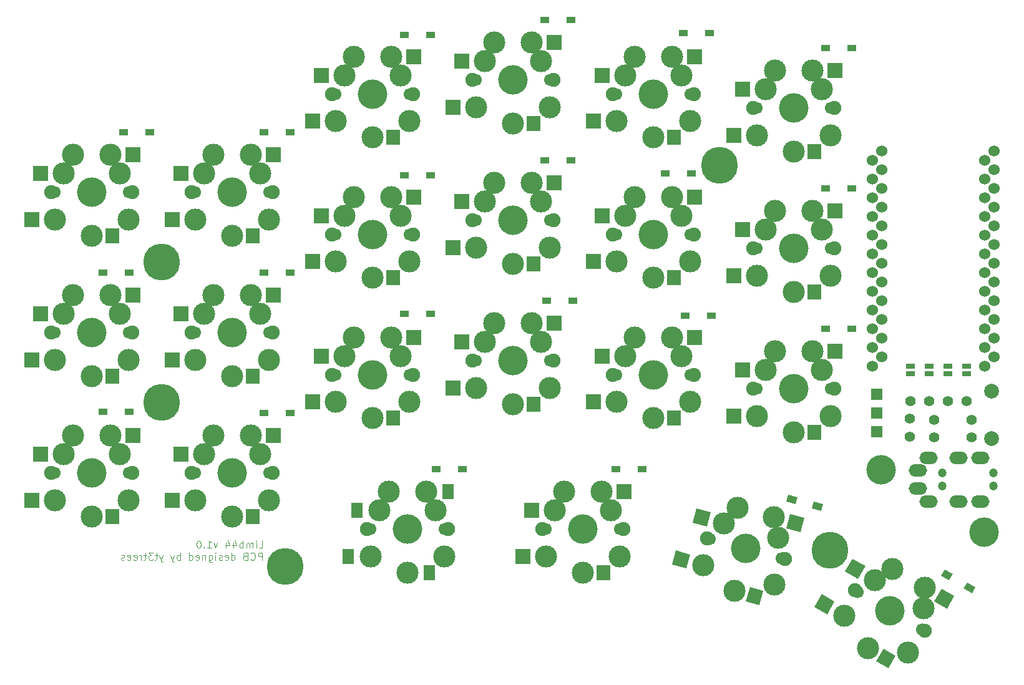
<source format=gbr>
%TF.GenerationSoftware,KiCad,Pcbnew,(5.1.7)-1*%
%TF.CreationDate,2020-11-08T23:06:54+09:00*%
%TF.ProjectId,limb44,6c696d62-3434-42e6-9b69-6361645f7063,rev?*%
%TF.SameCoordinates,Original*%
%TF.FileFunction,Soldermask,Bot*%
%TF.FilePolarity,Negative*%
%FSLAX46Y46*%
G04 Gerber Fmt 4.6, Leading zero omitted, Abs format (unit mm)*
G04 Created by KiCad (PCBNEW (5.1.7)-1) date 2020-11-08 23:06:54*
%MOMM*%
%LPD*%
G01*
G04 APERTURE LIST*
%ADD10C,0.125000*%
%ADD11C,3.000000*%
%ADD12R,2.000000X2.000000*%
%ADD13R,1.900000X2.000000*%
%ADD14C,4.000000*%
%ADD15C,1.900000*%
%ADD16C,1.700000*%
%ADD17C,1.397000*%
%ADD18C,5.000000*%
%ADD19C,0.100000*%
%ADD20R,1.300000X0.950000*%
%ADD21C,1.200000*%
%ADD22O,2.500000X1.700000*%
%ADD23R,1.524000X1.524000*%
%ADD24C,2.000000*%
%ADD25R,1.500000X2.000000*%
%ADD26C,0.100000*%
%ADD27C,1.524000*%
%ADD28R,1.143000X0.635000*%
G04 APERTURE END LIST*
D10*
X93184464Y-127655880D02*
X93660654Y-127655880D01*
X93660654Y-126655880D01*
X92851130Y-127655880D02*
X92851130Y-126989214D01*
X92851130Y-126655880D02*
X92898750Y-126703500D01*
X92851130Y-126751119D01*
X92803511Y-126703500D01*
X92851130Y-126655880D01*
X92851130Y-126751119D01*
X92374940Y-127655880D02*
X92374940Y-126989214D01*
X92374940Y-127084452D02*
X92327321Y-127036833D01*
X92232083Y-126989214D01*
X92089226Y-126989214D01*
X91993988Y-127036833D01*
X91946369Y-127132071D01*
X91946369Y-127655880D01*
X91946369Y-127132071D02*
X91898750Y-127036833D01*
X91803511Y-126989214D01*
X91660654Y-126989214D01*
X91565416Y-127036833D01*
X91517797Y-127132071D01*
X91517797Y-127655880D01*
X91041607Y-127655880D02*
X91041607Y-126655880D01*
X91041607Y-127036833D02*
X90946369Y-126989214D01*
X90755892Y-126989214D01*
X90660654Y-127036833D01*
X90613035Y-127084452D01*
X90565416Y-127179690D01*
X90565416Y-127465404D01*
X90613035Y-127560642D01*
X90660654Y-127608261D01*
X90755892Y-127655880D01*
X90946369Y-127655880D01*
X91041607Y-127608261D01*
X89708273Y-126989214D02*
X89708273Y-127655880D01*
X89946369Y-126608261D02*
X90184464Y-127322547D01*
X89565416Y-127322547D01*
X88755892Y-126989214D02*
X88755892Y-127655880D01*
X88993988Y-126608261D02*
X89232083Y-127322547D01*
X88613035Y-127322547D01*
X87565416Y-126989214D02*
X87327321Y-127655880D01*
X87089226Y-126989214D01*
X86184464Y-127655880D02*
X86755892Y-127655880D01*
X86470178Y-127655880D02*
X86470178Y-126655880D01*
X86565416Y-126798738D01*
X86660654Y-126893976D01*
X86755892Y-126941595D01*
X85755892Y-127560642D02*
X85708273Y-127608261D01*
X85755892Y-127655880D01*
X85803511Y-127608261D01*
X85755892Y-127560642D01*
X85755892Y-127655880D01*
X85089226Y-126655880D02*
X84993988Y-126655880D01*
X84898750Y-126703500D01*
X84851130Y-126751119D01*
X84803511Y-126846357D01*
X84755892Y-127036833D01*
X84755892Y-127274928D01*
X84803511Y-127465404D01*
X84851130Y-127560642D01*
X84898750Y-127608261D01*
X84993988Y-127655880D01*
X85089226Y-127655880D01*
X85184464Y-127608261D01*
X85232083Y-127560642D01*
X85279702Y-127465404D01*
X85327321Y-127274928D01*
X85327321Y-127036833D01*
X85279702Y-126846357D01*
X85232083Y-126751119D01*
X85184464Y-126703500D01*
X85089226Y-126655880D01*
X93660654Y-129280880D02*
X93660654Y-128280880D01*
X93279702Y-128280880D01*
X93184464Y-128328500D01*
X93136845Y-128376119D01*
X93089226Y-128471357D01*
X93089226Y-128614214D01*
X93136845Y-128709452D01*
X93184464Y-128757071D01*
X93279702Y-128804690D01*
X93660654Y-128804690D01*
X92089226Y-129185642D02*
X92136845Y-129233261D01*
X92279702Y-129280880D01*
X92374940Y-129280880D01*
X92517797Y-129233261D01*
X92613035Y-129138023D01*
X92660654Y-129042785D01*
X92708273Y-128852309D01*
X92708273Y-128709452D01*
X92660654Y-128518976D01*
X92613035Y-128423738D01*
X92517797Y-128328500D01*
X92374940Y-128280880D01*
X92279702Y-128280880D01*
X92136845Y-128328500D01*
X92089226Y-128376119D01*
X91327321Y-128757071D02*
X91184464Y-128804690D01*
X91136845Y-128852309D01*
X91089226Y-128947547D01*
X91089226Y-129090404D01*
X91136845Y-129185642D01*
X91184464Y-129233261D01*
X91279702Y-129280880D01*
X91660654Y-129280880D01*
X91660654Y-128280880D01*
X91327321Y-128280880D01*
X91232083Y-128328500D01*
X91184464Y-128376119D01*
X91136845Y-128471357D01*
X91136845Y-128566595D01*
X91184464Y-128661833D01*
X91232083Y-128709452D01*
X91327321Y-128757071D01*
X91660654Y-128757071D01*
X89470178Y-129280880D02*
X89470178Y-128280880D01*
X89470178Y-129233261D02*
X89565416Y-129280880D01*
X89755892Y-129280880D01*
X89851130Y-129233261D01*
X89898750Y-129185642D01*
X89946369Y-129090404D01*
X89946369Y-128804690D01*
X89898750Y-128709452D01*
X89851130Y-128661833D01*
X89755892Y-128614214D01*
X89565416Y-128614214D01*
X89470178Y-128661833D01*
X88613035Y-129233261D02*
X88708273Y-129280880D01*
X88898750Y-129280880D01*
X88993988Y-129233261D01*
X89041607Y-129138023D01*
X89041607Y-128757071D01*
X88993988Y-128661833D01*
X88898750Y-128614214D01*
X88708273Y-128614214D01*
X88613035Y-128661833D01*
X88565416Y-128757071D01*
X88565416Y-128852309D01*
X89041607Y-128947547D01*
X88184464Y-129233261D02*
X88089226Y-129280880D01*
X87898750Y-129280880D01*
X87803511Y-129233261D01*
X87755892Y-129138023D01*
X87755892Y-129090404D01*
X87803511Y-128995166D01*
X87898750Y-128947547D01*
X88041607Y-128947547D01*
X88136845Y-128899928D01*
X88184464Y-128804690D01*
X88184464Y-128757071D01*
X88136845Y-128661833D01*
X88041607Y-128614214D01*
X87898750Y-128614214D01*
X87803511Y-128661833D01*
X87327321Y-129280880D02*
X87327321Y-128614214D01*
X87327321Y-128280880D02*
X87374940Y-128328500D01*
X87327321Y-128376119D01*
X87279702Y-128328500D01*
X87327321Y-128280880D01*
X87327321Y-128376119D01*
X86422559Y-128614214D02*
X86422559Y-129423738D01*
X86470178Y-129518976D01*
X86517797Y-129566595D01*
X86613035Y-129614214D01*
X86755892Y-129614214D01*
X86851130Y-129566595D01*
X86422559Y-129233261D02*
X86517797Y-129280880D01*
X86708273Y-129280880D01*
X86803511Y-129233261D01*
X86851130Y-129185642D01*
X86898750Y-129090404D01*
X86898750Y-128804690D01*
X86851130Y-128709452D01*
X86803511Y-128661833D01*
X86708273Y-128614214D01*
X86517797Y-128614214D01*
X86422559Y-128661833D01*
X85946369Y-128614214D02*
X85946369Y-129280880D01*
X85946369Y-128709452D02*
X85898750Y-128661833D01*
X85803511Y-128614214D01*
X85660654Y-128614214D01*
X85565416Y-128661833D01*
X85517797Y-128757071D01*
X85517797Y-129280880D01*
X84660654Y-129233261D02*
X84755892Y-129280880D01*
X84946369Y-129280880D01*
X85041607Y-129233261D01*
X85089226Y-129138023D01*
X85089226Y-128757071D01*
X85041607Y-128661833D01*
X84946369Y-128614214D01*
X84755892Y-128614214D01*
X84660654Y-128661833D01*
X84613035Y-128757071D01*
X84613035Y-128852309D01*
X85089226Y-128947547D01*
X83755892Y-129280880D02*
X83755892Y-128280880D01*
X83755892Y-129233261D02*
X83851130Y-129280880D01*
X84041607Y-129280880D01*
X84136845Y-129233261D01*
X84184464Y-129185642D01*
X84232083Y-129090404D01*
X84232083Y-128804690D01*
X84184464Y-128709452D01*
X84136845Y-128661833D01*
X84041607Y-128614214D01*
X83851130Y-128614214D01*
X83755892Y-128661833D01*
X82517797Y-129280880D02*
X82517797Y-128280880D01*
X82517797Y-128661833D02*
X82422559Y-128614214D01*
X82232083Y-128614214D01*
X82136845Y-128661833D01*
X82089226Y-128709452D01*
X82041607Y-128804690D01*
X82041607Y-129090404D01*
X82089226Y-129185642D01*
X82136845Y-129233261D01*
X82232083Y-129280880D01*
X82422559Y-129280880D01*
X82517797Y-129233261D01*
X81708273Y-128614214D02*
X81470178Y-129280880D01*
X81232083Y-128614214D02*
X81470178Y-129280880D01*
X81565416Y-129518976D01*
X81613035Y-129566595D01*
X81708273Y-129614214D01*
X80184464Y-128614214D02*
X79946369Y-129280880D01*
X79708273Y-128614214D02*
X79946369Y-129280880D01*
X80041607Y-129518976D01*
X80089226Y-129566595D01*
X80184464Y-129614214D01*
X79470178Y-128614214D02*
X79089226Y-128614214D01*
X79327321Y-128280880D02*
X79327321Y-129138023D01*
X79279702Y-129233261D01*
X79184464Y-129280880D01*
X79089226Y-129280880D01*
X78851130Y-128280880D02*
X78232083Y-128280880D01*
X78565416Y-128661833D01*
X78422559Y-128661833D01*
X78327321Y-128709452D01*
X78279702Y-128757071D01*
X78232083Y-128852309D01*
X78232083Y-129090404D01*
X78279702Y-129185642D01*
X78327321Y-129233261D01*
X78422559Y-129280880D01*
X78708273Y-129280880D01*
X78803511Y-129233261D01*
X78851130Y-129185642D01*
X77946369Y-128614214D02*
X77565416Y-128614214D01*
X77803511Y-128280880D02*
X77803511Y-129138023D01*
X77755892Y-129233261D01*
X77660654Y-129280880D01*
X77565416Y-129280880D01*
X77232083Y-129280880D02*
X77232083Y-128614214D01*
X77232083Y-128804690D02*
X77184464Y-128709452D01*
X77136845Y-128661833D01*
X77041607Y-128614214D01*
X76946369Y-128614214D01*
X76232083Y-129233261D02*
X76327321Y-129280880D01*
X76517797Y-129280880D01*
X76613035Y-129233261D01*
X76660654Y-129138023D01*
X76660654Y-128757071D01*
X76613035Y-128661833D01*
X76517797Y-128614214D01*
X76327321Y-128614214D01*
X76232083Y-128661833D01*
X76184464Y-128757071D01*
X76184464Y-128852309D01*
X76660654Y-128947547D01*
X75374940Y-129233261D02*
X75470178Y-129280880D01*
X75660654Y-129280880D01*
X75755892Y-129233261D01*
X75803511Y-129138023D01*
X75803511Y-128757071D01*
X75755892Y-128661833D01*
X75660654Y-128614214D01*
X75470178Y-128614214D01*
X75374940Y-128661833D01*
X75327321Y-128757071D01*
X75327321Y-128852309D01*
X75803511Y-128947547D01*
X74946369Y-129233261D02*
X74851130Y-129280880D01*
X74660654Y-129280880D01*
X74565416Y-129233261D01*
X74517797Y-129138023D01*
X74517797Y-129090404D01*
X74565416Y-128995166D01*
X74660654Y-128947547D01*
X74803511Y-128947547D01*
X74898750Y-128899928D01*
X74946369Y-128804690D01*
X74946369Y-128757071D01*
X74898750Y-128661833D01*
X74803511Y-128614214D01*
X74660654Y-128614214D01*
X74565416Y-128661833D01*
D11*
%TO.C,SW5*%
X150495000Y-63500000D03*
X144145000Y-60960000D03*
X151685000Y-69740000D03*
D12*
X138585000Y-69740000D03*
D13*
X149485000Y-71940000D03*
D11*
X141685000Y-69740000D03*
X146685000Y-71940000D03*
D12*
X139785000Y-63500000D03*
D11*
X149225000Y-60960000D03*
D14*
X146685000Y-66040000D03*
D15*
X141185000Y-66040000D03*
X152185000Y-66040000D03*
D16*
X151765000Y-66040000D03*
X141605000Y-66040000D03*
D11*
X142875000Y-63500000D03*
D12*
X152285000Y-60960000D03*
%TD*%
D17*
%TO.C,P1*%
X181483000Y-110109000D03*
%TD*%
%TO.C,P2*%
X181483000Y-112522000D03*
%TD*%
D12*
%TO.C,SW1*%
X76085000Y-74285000D03*
D11*
X66675000Y-76825000D03*
D16*
X65405000Y-79365000D03*
X75565000Y-79365000D03*
D15*
X75985000Y-79365000D03*
X64985000Y-79365000D03*
D14*
X70485000Y-79365000D03*
D11*
X73025000Y-74285000D03*
D12*
X63585000Y-76825000D03*
D11*
X70485000Y-85265000D03*
X65485000Y-83065000D03*
D13*
X73285000Y-85265000D03*
D12*
X62385000Y-83065000D03*
D11*
X75485000Y-83065000D03*
X67945000Y-74285000D03*
X74295000Y-76825000D03*
%TD*%
D17*
%TO.C,J5*%
X181610000Y-107707000D03*
X184150000Y-107707000D03*
X186690000Y-107707000D03*
X189230000Y-107707000D03*
%TD*%
D11*
%TO.C,SW18*%
X169545000Y-103495000D03*
X163195000Y-100955000D03*
X170735000Y-109735000D03*
D12*
X157635000Y-109735000D03*
D13*
X168535000Y-111935000D03*
D11*
X160735000Y-109735000D03*
X165735000Y-111935000D03*
D12*
X158835000Y-103495000D03*
D11*
X168275000Y-100955000D03*
D14*
X165735000Y-106035000D03*
D15*
X160235000Y-106035000D03*
X171235000Y-106035000D03*
D16*
X170815000Y-106035000D03*
X160655000Y-106035000D03*
D11*
X161925000Y-103495000D03*
D12*
X171335000Y-100955000D03*
%TD*%
D14*
%TO.C,Ref\u002A\u002A*%
X177600000Y-117018000D03*
%TD*%
%TO.C,Ref\u002A\u002A*%
X191600000Y-125500000D03*
%TD*%
D18*
%TO.C,Ref\u002A\u002A*%
X96774000Y-130165000D03*
%TD*%
%TO.C,Ref\u002A\u002A*%
X170688000Y-128006000D03*
%TD*%
%TO.C,Ref\u002A\u002A*%
X155702000Y-75692000D03*
%TD*%
%TO.C,Ref\u002A\u002A*%
X80010000Y-107940000D03*
%TD*%
%TO.C,Ref\u002A\u002A*%
X80010000Y-88890000D03*
%TD*%
D19*
%TO.C,SW22*%
G36*
X187565767Y-134174566D02*
G01*
X186565767Y-135906616D01*
X184833717Y-134906616D01*
X185833717Y-133174566D01*
X187565767Y-134174566D01*
G37*
D11*
X176780443Y-132035295D03*
D16*
X174410591Y-133600000D03*
X183209409Y-138680000D03*
D15*
X183573140Y-138890000D03*
X174046860Y-133390000D03*
D14*
X178810000Y-136140000D03*
D11*
X183549705Y-133010591D03*
D19*
G36*
X175470450Y-130124270D02*
G01*
X174470450Y-131856320D01*
X172738400Y-130856320D01*
X173738400Y-129124270D01*
X175470450Y-130124270D01*
G37*
D11*
X175860000Y-141249550D03*
X172629873Y-136844294D03*
D19*
G36*
X179607595Y-142258525D02*
G01*
X178607595Y-143990575D01*
X176962147Y-143040575D01*
X177962147Y-141308525D01*
X179607595Y-142258525D01*
G37*
G36*
X171311219Y-134928269D02*
G01*
X170311219Y-136660319D01*
X168579169Y-135660319D01*
X169579169Y-133928269D01*
X171311219Y-134928269D01*
G37*
D11*
X181290127Y-141844294D03*
X179150295Y-130470591D03*
X183379557Y-135845295D03*
%TD*%
%TO.C,SW12*%
X169545000Y-84445000D03*
X163195000Y-81905000D03*
X170735000Y-90685000D03*
D12*
X157635000Y-90685000D03*
D13*
X168535000Y-92885000D03*
D11*
X160735000Y-90685000D03*
X165735000Y-92885000D03*
D12*
X158835000Y-84445000D03*
D11*
X168275000Y-81905000D03*
D14*
X165735000Y-86985000D03*
D15*
X160235000Y-86985000D03*
X171235000Y-86985000D03*
D16*
X170815000Y-86985000D03*
X160655000Y-86985000D03*
D11*
X161925000Y-84445000D03*
D12*
X171335000Y-81905000D03*
%TD*%
D11*
%TO.C,SW4*%
X131445000Y-61605000D03*
X125095000Y-59065000D03*
X132635000Y-67845000D03*
D12*
X119535000Y-67845000D03*
D13*
X130435000Y-70045000D03*
D11*
X122635000Y-67845000D03*
X127635000Y-70045000D03*
D12*
X120735000Y-61605000D03*
D11*
X130175000Y-59065000D03*
D14*
X127635000Y-64145000D03*
D15*
X122135000Y-64145000D03*
X133135000Y-64145000D03*
D16*
X132715000Y-64145000D03*
X122555000Y-64145000D03*
D11*
X123825000Y-61605000D03*
D12*
X133235000Y-59065000D03*
%TD*%
D11*
%TO.C,SW13*%
X74295000Y-114925000D03*
X67945000Y-112385000D03*
X75485000Y-121165000D03*
D12*
X62385000Y-121165000D03*
D13*
X73285000Y-123365000D03*
D11*
X65485000Y-121165000D03*
X70485000Y-123365000D03*
D12*
X63585000Y-114925000D03*
D11*
X73025000Y-112385000D03*
D14*
X70485000Y-117465000D03*
D15*
X64985000Y-117465000D03*
X75985000Y-117465000D03*
D16*
X75565000Y-117465000D03*
X65405000Y-117465000D03*
D11*
X66675000Y-114925000D03*
D12*
X76085000Y-112385000D03*
%TD*%
D20*
%TO.C,D11*%
X151889000Y-76825000D03*
X148339000Y-76825000D03*
%TD*%
D12*
%TO.C,SW11*%
X152285000Y-80010000D03*
D11*
X142875000Y-82550000D03*
D16*
X141605000Y-85090000D03*
X151765000Y-85090000D03*
D15*
X152185000Y-85090000D03*
X141185000Y-85090000D03*
D14*
X146685000Y-85090000D03*
D11*
X149225000Y-80010000D03*
D12*
X139785000Y-82550000D03*
D11*
X146685000Y-90990000D03*
X141685000Y-88790000D03*
D13*
X149485000Y-90990000D03*
D12*
X138585000Y-88790000D03*
D11*
X151685000Y-88790000D03*
X144145000Y-80010000D03*
X150495000Y-82550000D03*
%TD*%
%TO.C,SW8*%
X93345000Y-95875000D03*
X86995000Y-93335000D03*
X94535000Y-102115000D03*
D12*
X81435000Y-102115000D03*
D13*
X92335000Y-104315000D03*
D11*
X84535000Y-102115000D03*
X89535000Y-104315000D03*
D12*
X82635000Y-95875000D03*
D11*
X92075000Y-93335000D03*
D14*
X89535000Y-98415000D03*
D15*
X84035000Y-98415000D03*
X95035000Y-98415000D03*
D16*
X94615000Y-98415000D03*
X84455000Y-98415000D03*
D11*
X85725000Y-95875000D03*
D12*
X95135000Y-93335000D03*
%TD*%
%TO.C,SW7*%
X76085000Y-93335000D03*
D11*
X66675000Y-95875000D03*
D16*
X65405000Y-98415000D03*
X75565000Y-98415000D03*
D15*
X75985000Y-98415000D03*
X64985000Y-98415000D03*
D14*
X70485000Y-98415000D03*
D11*
X73025000Y-93335000D03*
D12*
X63585000Y-95875000D03*
D11*
X70485000Y-104315000D03*
X65485000Y-102115000D03*
D13*
X73285000Y-104315000D03*
D12*
X62385000Y-102115000D03*
D11*
X75485000Y-102115000D03*
X67945000Y-93335000D03*
X74295000Y-95875000D03*
%TD*%
D21*
%TO.C,J1*%
X185887000Y-117503000D03*
X192887000Y-117503000D03*
D22*
X184087000Y-115403000D03*
X182587000Y-119603000D03*
X191087000Y-115403000D03*
X188087000Y-115403000D03*
D21*
X192887000Y-119253000D03*
X185887000Y-119253000D03*
D22*
X191087000Y-121353000D03*
X188087000Y-121353000D03*
X184087000Y-121353000D03*
X182587000Y-117153000D03*
%TD*%
D23*
%TO.C,J2*%
X177038000Y-111877000D03*
X177038000Y-109337000D03*
X177038000Y-106797000D03*
%TD*%
D24*
%TO.C,RSW1*%
X192587000Y-112851000D03*
X192587000Y-106351000D03*
%TD*%
D11*
%TO.C,SW2*%
X93345000Y-76825000D03*
X86995000Y-74285000D03*
X94535000Y-83065000D03*
D12*
X81435000Y-83065000D03*
D13*
X92335000Y-85265000D03*
D11*
X84535000Y-83065000D03*
X89535000Y-85265000D03*
D12*
X82635000Y-76825000D03*
D11*
X92075000Y-74285000D03*
D14*
X89535000Y-79365000D03*
D15*
X84035000Y-79365000D03*
X95035000Y-79365000D03*
D16*
X94615000Y-79365000D03*
X84455000Y-79365000D03*
D11*
X85725000Y-76825000D03*
D12*
X95135000Y-74285000D03*
%TD*%
D11*
%TO.C,SW3*%
X112395000Y-63500000D03*
X106045000Y-60960000D03*
X113585000Y-69740000D03*
D12*
X100485000Y-69740000D03*
D13*
X111385000Y-71940000D03*
D11*
X103585000Y-69740000D03*
X108585000Y-71940000D03*
D12*
X101685000Y-63500000D03*
D11*
X111125000Y-60960000D03*
D14*
X108585000Y-66040000D03*
D15*
X103085000Y-66040000D03*
X114085000Y-66040000D03*
D16*
X113665000Y-66040000D03*
X103505000Y-66040000D03*
D11*
X104775000Y-63500000D03*
D12*
X114185000Y-60960000D03*
%TD*%
%TO.C,SW6*%
X171335000Y-62875000D03*
D11*
X161925000Y-65415000D03*
D16*
X160655000Y-67955000D03*
X170815000Y-67955000D03*
D15*
X171235000Y-67955000D03*
X160235000Y-67955000D03*
D14*
X165735000Y-67955000D03*
D11*
X168275000Y-62875000D03*
D12*
X158835000Y-65415000D03*
D11*
X165735000Y-73855000D03*
X160735000Y-71655000D03*
D13*
X168535000Y-73855000D03*
D12*
X157635000Y-71655000D03*
D11*
X170735000Y-71655000D03*
X163195000Y-62875000D03*
X169545000Y-65415000D03*
%TD*%
D12*
%TO.C,SW9*%
X114185000Y-80010000D03*
D11*
X104775000Y-82550000D03*
D16*
X103505000Y-85090000D03*
X113665000Y-85090000D03*
D15*
X114085000Y-85090000D03*
X103085000Y-85090000D03*
D14*
X108585000Y-85090000D03*
D11*
X111125000Y-80010000D03*
D12*
X101685000Y-82550000D03*
D11*
X108585000Y-90990000D03*
X103585000Y-88790000D03*
D13*
X111385000Y-90990000D03*
D12*
X100485000Y-88790000D03*
D11*
X113585000Y-88790000D03*
X106045000Y-80010000D03*
X112395000Y-82550000D03*
%TD*%
D12*
%TO.C,SW10*%
X133235000Y-78095000D03*
D11*
X123825000Y-80635000D03*
D16*
X122555000Y-83175000D03*
X132715000Y-83175000D03*
D15*
X133135000Y-83175000D03*
X122135000Y-83175000D03*
D14*
X127635000Y-83175000D03*
D11*
X130175000Y-78095000D03*
D12*
X120735000Y-80635000D03*
D11*
X127635000Y-89075000D03*
X122635000Y-86875000D03*
D13*
X130435000Y-89075000D03*
D12*
X119535000Y-86875000D03*
D11*
X132635000Y-86875000D03*
X125095000Y-78095000D03*
X131445000Y-80635000D03*
%TD*%
D12*
%TO.C,SW14*%
X95135000Y-112385000D03*
D11*
X85725000Y-114925000D03*
D16*
X84455000Y-117465000D03*
X94615000Y-117465000D03*
D15*
X95035000Y-117465000D03*
X84035000Y-117465000D03*
D14*
X89535000Y-117465000D03*
D11*
X92075000Y-112385000D03*
D12*
X82635000Y-114925000D03*
D11*
X89535000Y-123365000D03*
X84535000Y-121165000D03*
D13*
X92335000Y-123365000D03*
D12*
X81435000Y-121165000D03*
D11*
X94535000Y-121165000D03*
X86995000Y-112385000D03*
X93345000Y-114925000D03*
%TD*%
%TO.C,SW15*%
X112395000Y-101600000D03*
X106045000Y-99060000D03*
X113585000Y-107840000D03*
D12*
X100485000Y-107840000D03*
D13*
X111385000Y-110040000D03*
D11*
X103585000Y-107840000D03*
X108585000Y-110040000D03*
D12*
X101685000Y-101600000D03*
D11*
X111125000Y-99060000D03*
D14*
X108585000Y-104140000D03*
D15*
X103085000Y-104140000D03*
X114085000Y-104140000D03*
D16*
X113665000Y-104140000D03*
X103505000Y-104140000D03*
D11*
X104775000Y-101600000D03*
D12*
X114185000Y-99060000D03*
%TD*%
%TO.C,SW16*%
X133235000Y-97145000D03*
D11*
X123825000Y-99685000D03*
D16*
X122555000Y-102225000D03*
X132715000Y-102225000D03*
D15*
X133135000Y-102225000D03*
X122135000Y-102225000D03*
D14*
X127635000Y-102225000D03*
D11*
X130175000Y-97145000D03*
D12*
X120735000Y-99685000D03*
D11*
X127635000Y-108125000D03*
X122635000Y-105925000D03*
D13*
X130435000Y-108125000D03*
D12*
X119535000Y-105925000D03*
D11*
X132635000Y-105925000D03*
X125095000Y-97145000D03*
X131445000Y-99685000D03*
%TD*%
D12*
%TO.C,SW17*%
X152285000Y-99060000D03*
D11*
X142875000Y-101600000D03*
D16*
X141605000Y-104140000D03*
X151765000Y-104140000D03*
D15*
X152185000Y-104140000D03*
X141185000Y-104140000D03*
D14*
X146685000Y-104140000D03*
D11*
X149225000Y-99060000D03*
D12*
X139785000Y-101600000D03*
D11*
X146685000Y-110040000D03*
X141685000Y-107840000D03*
D13*
X149485000Y-110040000D03*
D12*
X138585000Y-107840000D03*
D11*
X151685000Y-107840000D03*
X144145000Y-99060000D03*
X150495000Y-101600000D03*
%TD*%
D25*
%TO.C,SW19*%
X118840000Y-120005000D03*
D11*
X109530000Y-122545000D03*
D16*
X108260000Y-125085000D03*
X118420000Y-125085000D03*
D15*
X118840000Y-125085000D03*
X107840000Y-125085000D03*
D14*
X113340000Y-125085000D03*
D11*
X115880000Y-120005000D03*
D25*
X106540000Y-122545000D03*
D26*
X109515000Y-122505000D03*
D11*
X113340000Y-130985000D03*
X108340000Y-128785000D03*
D25*
X116340000Y-130985000D03*
X105340000Y-128785000D03*
D11*
X118340000Y-128785000D03*
D26*
X117165000Y-122505000D03*
D11*
X110800000Y-120005000D03*
X117150000Y-122544999D03*
X117150000Y-122544999D03*
%TD*%
D12*
%TO.C,SW20*%
X142750000Y-120005000D03*
D11*
X133340000Y-122545000D03*
D16*
X132070000Y-125085000D03*
X142230000Y-125085000D03*
D15*
X142650000Y-125085000D03*
X131650000Y-125085000D03*
D14*
X137150000Y-125085000D03*
D11*
X139690000Y-120005000D03*
D12*
X130250000Y-122545000D03*
D11*
X137150000Y-130985000D03*
X132150000Y-128785000D03*
D13*
X139950000Y-130985000D03*
D12*
X129050000Y-128785000D03*
D11*
X142150000Y-128785000D03*
X134610000Y-120005000D03*
X140960000Y-122545000D03*
%TD*%
%TO.C,SW21*%
X163622578Y-126282649D03*
X158146349Y-122185696D03*
X163156999Y-132618021D03*
D19*
G36*
X151728115Y-128520384D02*
G01*
X151210477Y-130452236D01*
X149278625Y-129934598D01*
X149796263Y-128002746D01*
X151728115Y-128520384D01*
G37*
G36*
X161639009Y-133453608D02*
G01*
X161121370Y-135385460D01*
X159286111Y-134893704D01*
X159803750Y-132961852D01*
X161639009Y-133453608D01*
G37*
D11*
X153497740Y-130029830D03*
X157757968Y-133448962D03*
D19*
G36*
X154502257Y-122803590D02*
G01*
X153984619Y-124735442D01*
X152052767Y-124217804D01*
X152570405Y-122285952D01*
X154502257Y-122803590D01*
G37*
D11*
X163053252Y-123500497D03*
D14*
X159285000Y-127750000D03*
D15*
X153972408Y-126326495D03*
X164597592Y-129173505D03*
D16*
X164191903Y-129064801D03*
X154378097Y-126435199D03*
D11*
X156262223Y-124310448D03*
D19*
G36*
X167233730Y-123585376D02*
G01*
X166716092Y-125517228D01*
X164784240Y-124999590D01*
X165301878Y-123067738D01*
X167233730Y-123585376D01*
G37*
%TD*%
D27*
%TO.C,U1*%
X177729400Y-73787000D03*
X177729400Y-76327000D03*
X177729400Y-78867000D03*
X177729400Y-81407000D03*
X177729400Y-83947000D03*
X177729400Y-86487000D03*
X177729400Y-89027000D03*
X177729400Y-91567000D03*
X177729400Y-94107000D03*
X177729400Y-96647000D03*
X177729400Y-99187000D03*
X177729400Y-101727000D03*
X192949400Y-101727000D03*
X192949400Y-99187000D03*
X192949400Y-96647000D03*
X192949400Y-94107000D03*
X192949400Y-91567000D03*
X192949400Y-89027000D03*
X192949400Y-86487000D03*
X192949400Y-83947000D03*
X192949400Y-81407000D03*
X192949400Y-78867000D03*
X192949400Y-76327000D03*
X192949400Y-73787000D03*
X176403000Y-75057000D03*
X176403000Y-77597000D03*
X176403000Y-80137000D03*
X176403000Y-82677000D03*
X176403000Y-85217000D03*
X176403000Y-87757000D03*
X176403000Y-90297000D03*
X176403000Y-92837000D03*
X176403000Y-95377000D03*
X176403000Y-97917000D03*
X176403000Y-100457000D03*
X176403000Y-102997000D03*
X191643000Y-102997000D03*
X191643000Y-100457000D03*
X191643000Y-97917000D03*
X191643000Y-95377000D03*
X191643000Y-92837000D03*
X191643000Y-90297000D03*
X191643000Y-87757000D03*
X191643000Y-85217000D03*
X191643000Y-82677000D03*
X191643000Y-80137000D03*
X191643000Y-77597000D03*
X191643000Y-75057000D03*
%TD*%
D20*
%TO.C,D1*%
X74809000Y-71237000D03*
X78359000Y-71237000D03*
%TD*%
%TO.C,D2*%
X93859000Y-71237000D03*
X97409000Y-71237000D03*
%TD*%
%TO.C,D3*%
X116456000Y-58029000D03*
X112906000Y-58029000D03*
%TD*%
%TO.C,D4*%
X135509000Y-55997000D03*
X131959000Y-55997000D03*
%TD*%
%TO.C,D5*%
X154302000Y-57775000D03*
X150752000Y-57775000D03*
%TD*%
%TO.C,D6*%
X173606000Y-59807000D03*
X170056000Y-59807000D03*
%TD*%
%TO.C,D7*%
X72012000Y-90287000D03*
X75562000Y-90287000D03*
%TD*%
%TO.C,D8*%
X97406000Y-90287000D03*
X93856000Y-90287000D03*
%TD*%
%TO.C,D9*%
X112906000Y-77079000D03*
X116456000Y-77079000D03*
%TD*%
%TO.C,D10*%
X135506000Y-75047000D03*
X131956000Y-75047000D03*
%TD*%
%TO.C,D12*%
X170056000Y-78857000D03*
X173606000Y-78857000D03*
%TD*%
%TO.C,D13*%
X75562000Y-109210000D03*
X72012000Y-109210000D03*
%TD*%
%TO.C,D14*%
X97409000Y-109337000D03*
X93859000Y-109337000D03*
%TD*%
%TO.C,D15*%
X112909000Y-95875000D03*
X116459000Y-95875000D03*
%TD*%
%TO.C,D16*%
X132210000Y-94097000D03*
X135760000Y-94097000D03*
%TD*%
%TO.C,D17*%
X151009000Y-96129000D03*
X154559000Y-96129000D03*
%TD*%
%TO.C,D18*%
X173606000Y-97907000D03*
X170056000Y-97907000D03*
%TD*%
%TO.C,D19*%
X117224000Y-116957000D03*
X120774000Y-116957000D03*
%TD*%
%TO.C,D20*%
X141611000Y-116957000D03*
X145161000Y-116957000D03*
%TD*%
D19*
%TO.C,D21*%
G36*
X166295273Y-120779014D02*
G01*
X166049395Y-121696643D01*
X164793691Y-121360178D01*
X165039569Y-120442549D01*
X166295273Y-120779014D01*
G37*
G36*
X169724309Y-121697822D02*
G01*
X169478431Y-122615451D01*
X168222727Y-122278986D01*
X168468605Y-121361357D01*
X169724309Y-121697822D01*
G37*
%TD*%
%TO.C,D22*%
G36*
X190424612Y-132998138D02*
G01*
X189949612Y-133820862D01*
X188823778Y-133170862D01*
X189298778Y-132348138D01*
X190424612Y-132998138D01*
G37*
G36*
X187350222Y-131223138D02*
G01*
X186875222Y-132045862D01*
X185749388Y-131395862D01*
X186224388Y-130573138D01*
X187350222Y-131223138D01*
G37*
%TD*%
D28*
%TO.C,JP6*%
X189230000Y-103997760D03*
X189230000Y-102997000D03*
%TD*%
%TO.C,JP7*%
X186690000Y-104005380D03*
X186690000Y-103004620D03*
%TD*%
%TO.C,JP8*%
X184150000Y-103004620D03*
X184150000Y-104005380D03*
%TD*%
%TO.C,JP9*%
X181610000Y-104005380D03*
X181610000Y-103004620D03*
%TD*%
D17*
%TO.C,R1*%
X189865000Y-110236000D03*
X184785000Y-110236000D03*
%TD*%
%TO.C,R2*%
X184785000Y-112649000D03*
X189865000Y-112649000D03*
%TD*%
M02*

</source>
